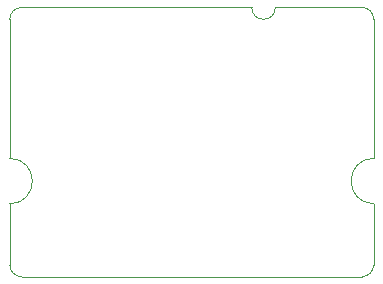
<source format=gbr>
G04 #@! TF.GenerationSoftware,KiCad,Pcbnew,(6.0.6-0)*
G04 #@! TF.CreationDate,2022-07-06T00:13:59-04:00*
G04 #@! TF.ProjectId,PS2VGA,50533256-4741-42e6-9b69-6361645f7063,1*
G04 #@! TF.SameCoordinates,Original*
G04 #@! TF.FileFunction,Profile,NP*
%FSLAX46Y46*%
G04 Gerber Fmt 4.6, Leading zero omitted, Abs format (unit mm)*
G04 Created by KiCad (PCBNEW (6.0.6-0)) date 2022-07-06 00:13:59*
%MOMM*%
%LPD*%
G01*
G04 APERTURE LIST*
G04 #@! TA.AperFunction,Profile*
%ADD10C,0.100000*%
G04 #@! TD*
G04 APERTURE END LIST*
D10*
X156950000Y-120420000D02*
G75*
G03*
X157950000Y-119420000I0J1000000D01*
G01*
X147622518Y-97629551D02*
G75*
G03*
X149623482Y-97630000I1000482J-49D01*
G01*
X128130000Y-120420000D02*
X156950000Y-120420000D01*
X157950000Y-98630000D02*
X157950000Y-110400000D01*
X127130000Y-114250000D02*
G75*
G03*
X127130000Y-110410000I-9900J1920000D01*
G01*
X157950000Y-110400000D02*
G75*
G03*
X157950000Y-114240000I9900J-1920000D01*
G01*
X127130000Y-119420000D02*
G75*
G03*
X128130000Y-120420000I1000000J0D01*
G01*
X149623482Y-97630000D02*
X156950000Y-97630000D01*
X127130000Y-98630000D02*
X127130000Y-110410000D01*
X157950000Y-119420000D02*
X157950000Y-114240000D01*
X157950000Y-98630000D02*
G75*
G03*
X156950000Y-97630000I-1000000J0D01*
G01*
X128130000Y-97630000D02*
X147622584Y-97629551D01*
X127130000Y-119420000D02*
X127130000Y-114250000D01*
X128130000Y-97630000D02*
G75*
G03*
X127130000Y-98630000I0J-1000000D01*
G01*
M02*

</source>
